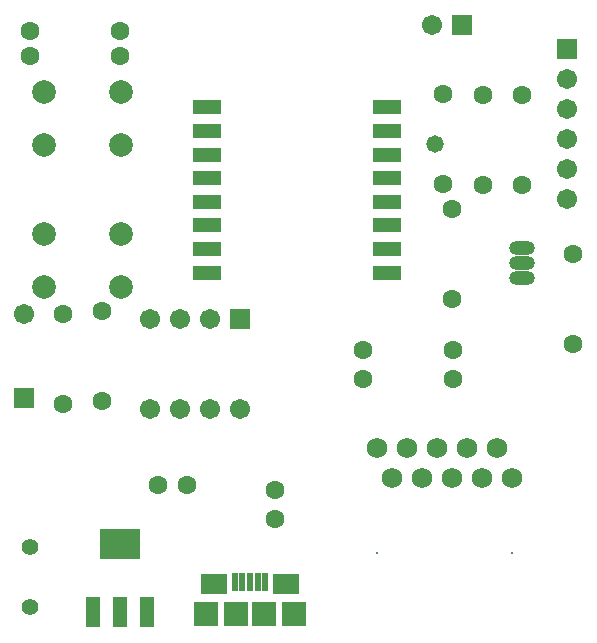
<source format=gts>
G04 Layer_Color=8388736*
%FSLAX25Y25*%
%MOIN*%
G70*
G01*
G75*
%ADD37R,0.04737X0.10249*%
%ADD38R,0.13792X0.10249*%
%ADD39R,0.09658X0.04737*%
%ADD40R,0.09068X0.07099*%
%ADD41R,0.02375X0.06115*%
%ADD42R,0.07887X0.08280*%
%ADD43C,0.06312*%
%ADD44C,0.06800*%
%ADD45C,0.00800*%
%ADD46C,0.05524*%
%ADD47R,0.06706X0.06706*%
%ADD48C,0.06706*%
%ADD49O,0.08674X0.04737*%
%ADD50O,0.08674X0.04737*%
%ADD51R,0.06706X0.06706*%
%ADD52C,0.07887*%
%ADD53C,0.05800*%
D37*
X45945Y10165D02*
D03*
X55000D02*
D03*
X64055D02*
D03*
D38*
X55000Y33000D02*
D03*
D39*
X83961Y123382D02*
D03*
Y131256D02*
D03*
Y139130D02*
D03*
Y147004D02*
D03*
Y154878D02*
D03*
Y162752D02*
D03*
Y170626D02*
D03*
Y178500D02*
D03*
X144000D02*
D03*
Y170626D02*
D03*
Y162752D02*
D03*
Y154878D02*
D03*
Y147004D02*
D03*
Y139130D02*
D03*
Y131256D02*
D03*
Y123382D02*
D03*
D40*
X86169Y19736D02*
D03*
X110382D02*
D03*
D41*
X93158Y20228D02*
D03*
X95717D02*
D03*
X98276D02*
D03*
X100835D02*
D03*
X103394D02*
D03*
D42*
X93551Y9500D02*
D03*
X103000D02*
D03*
X113039D02*
D03*
X83512D02*
D03*
D43*
X77343Y52500D02*
D03*
X67500D02*
D03*
X165500Y144500D02*
D03*
Y114500D02*
D03*
X136000Y88000D02*
D03*
X166000D02*
D03*
Y97500D02*
D03*
X136000D02*
D03*
X189000Y182500D02*
D03*
Y152500D02*
D03*
X206000Y99500D02*
D03*
Y129500D02*
D03*
X55000Y195500D02*
D03*
X25000D02*
D03*
X36000Y109500D02*
D03*
Y79500D02*
D03*
X49000Y80500D02*
D03*
Y110500D02*
D03*
X55000Y204000D02*
D03*
X25000D02*
D03*
X176000Y152500D02*
D03*
Y182500D02*
D03*
X162500Y153000D02*
D03*
Y183000D02*
D03*
X106500Y41157D02*
D03*
Y51000D02*
D03*
D44*
X185500Y55000D02*
D03*
X180500Y65000D02*
D03*
X175500Y55000D02*
D03*
X170500Y65000D02*
D03*
X165500Y55000D02*
D03*
X160500Y65000D02*
D03*
X155500Y55000D02*
D03*
X150500Y65000D02*
D03*
X140500D02*
D03*
X145500Y55000D02*
D03*
D45*
X185500Y30000D02*
D03*
X140500D02*
D03*
D46*
X25000Y12000D02*
D03*
Y32000D02*
D03*
D47*
X23000Y81524D02*
D03*
X95000Y108000D02*
D03*
X204000Y198000D02*
D03*
D48*
X23000Y109476D02*
D03*
X85000Y108000D02*
D03*
X75000D02*
D03*
X65000D02*
D03*
X95000Y78000D02*
D03*
X85000D02*
D03*
X75000D02*
D03*
X65000D02*
D03*
X159000Y206000D02*
D03*
X204000Y188000D02*
D03*
Y178000D02*
D03*
Y168000D02*
D03*
Y158000D02*
D03*
Y148000D02*
D03*
D49*
X189000Y121500D02*
D03*
Y126500D02*
D03*
D50*
Y131500D02*
D03*
D51*
X169000Y206000D02*
D03*
D52*
X55091Y183500D02*
D03*
X29500D02*
D03*
Y165784D02*
D03*
X55091D02*
D03*
Y136283D02*
D03*
X29500D02*
D03*
Y118567D02*
D03*
X55091D02*
D03*
D53*
X159900Y166400D02*
D03*
M02*

</source>
